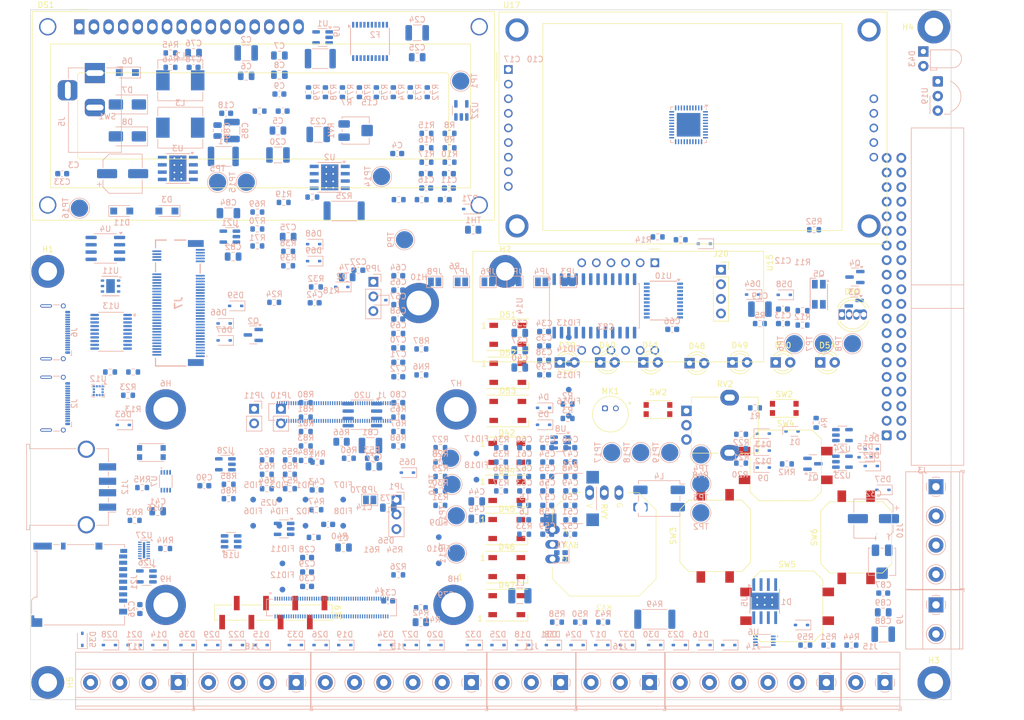
<source format=kicad_pcb>
(kicad_pcb (version 20240108) (generator "pcbnew") (generator_version "8.0")
  (layers (0 "F.Cu" signal) (31 "B.Cu" signal) (34 "B.Paste" user) (35 "F.Paste" user) (36 "B.SilkS" user "B.Silkscreen") (37 "F.SilkS" user "F.Silkscreen") (38 "B.Mask" user) (39 "F.Mask" user) (44 "Edge.Cuts" user))
  (net 0 "")
  (net 1 "Net-(BZ1-+)")
  (net 2 "+3V3")
  (net 3 "GND")
  (net 4 "+12V")
  (net 5 "+5V")
  (net 6 "Net-(DS1-D7)")
  (net 7 "Net-(U2-SS)")
  (net 8 "Net-(U3-SS)")
  (net 11 "Net-(DS1-D6)")
  (net 13 "Net-(DS1-D4)")
  (net 15 "Net-(DS1-VO)")
  (net 16 "Net-(DS1-D5)")
  (net 17 "Net-(DS1-LED(-))")
  (net 18 "Net-(DS1-RS)")
  (net 19 "Net-(DS1-R{slash}W)")
  (net 20 "Net-(DS1-E)")
  (net 21 "Net-(C13-Pad2)")
  (net 22 "Net-(F1-Pad1)")
  (net 23 "/OUTPUTS/BREAKOUT_USB_VBUS")
  (net 24 "Net-(U22-+)")
  (net 25 "Net-(C14-Pad2)")
  (net 26 "/CAN/CAN_H")
  (net 27 "/MCU/DIGITAL_BUTTON_IN_1")
  (net 28 "/SPI/MISO")
  (net 29 "/I2C/I2C_SDA_BREAKOUT")
  (net 30 "/I2C/I2C_SCL_BREAKOUT")
  (net 31 "/SD/SD_VCC")
  (net 32 "/SD/SD_CLK")
  (net 33 "/SD/SD_DAT1")
  (net 34 "/SD/SD_CMD")
  (net 35 "/SD/SD_DAT3")
  (net 36 "/SPI/CS_BREAKOUT")
  (net 37 "/SPI/CLK")
  (net 38 "Net-(C84-Pad1)")
  (net 39 "/CAN/CAN_L")
  (net 40 "Net-(JP5-B)")
  (net 41 "/SPI/CS_SEVENSEG")
  (net 42 "/I2C/I2C Devices/INTERRUPT_KEYPAD")
  (net 43 "Net-(JP4-B)")
  (net 44 "Net-(JP6-B)")
  (net 45 "/MCU/DIGITAL_BUTTON_IN_2")
  (net 46 "/I2C/INTERRRUPT_KEYPAD")
  (net 47 "/I2C/INTERRRUPT_ACCELEROMETER")
  (net 48 "Net-(U21-+)")
  (net 49 "Net-(JP3-B)")
  (net 50 "/I2C/I2C_SCL")
  (net 51 "/MCU/DIGITAL_BUTTON_IN_3")
  (net 52 "Net-(U2-COMP)")
  (net 53 "Net-(D11-A)")
  (net 54 "Net-(D12-A2)")
  (net 55 "Net-(D13-A2)")
  (net 56 "Net-(U21--)")
  (net 57 "+3.3V")
  (net 58 "/50Hz Filter/IN_P1-")
  (net 59 "/50Hz Filter/IN_P1+")
  (net 60 "Net-(U3-COMP)")
  (net 61 "Net-(D7-K)")
  (net 62 "/SD/SD_DAT2")
  (net 63 "Net-(F2-Pad2)")
  (net 64 "/OUTPUTS/BREAKOUT_NEOPIXEL_IN")
  (net 65 "/MOTOR/MOTOR_OUT1_BREAKOUT_1")
  (net 66 "/MOTOR/MOTOR_OUT2_BREAKOUT_1")
  (net 67 "Net-(U2-BOOT)")
  (net 68 "Net-(D8-K)")
  (net 69 "Net-(U3-BOOT)")
  (net 70 "VAA")
  (net 71 "Net-(C86-Pad2)")
  (net 72 "Net-(D1-A2)")
  (net 73 "/MCU/MCU_RESET")
  (net 74 "/MCU/DIGITAL_LED_OUT_0")
  (net 75 "/esp32/ESP_BUTTON_RESET")
  (net 76 "/MCU/DIGITAL_LED_OUT_1")
  (net 77 "Net-(D3-A)")
  (net 78 "/MCU/USB_DP+")
  (net 79 "/MCU/USB_DP-")
  (net 80 "Net-(D39-K)")
  (net 81 "Net-(D6-A)")
  (net 82 "Net-(U7-EN)")
  (net 83 "Net-(D10-A)")
  (net 84 "Net-(D40-K)")
  (net 85 "/MCU/DIGITAL_LED_OUT_2")
  (net 86 "Net-(D41-K)")
  (net 87 "/OUTPUTS/RTD_W1")
  (net 88 "/50Hz Filter/ANALOG_BREAKOUT_OUT")
  (net 89 "/MCU/ANALOG_POTENTIOMETER")
  (net 90 "/MCU/ANALOG_PHOTOTRANSISTOR")
  (net 91 "/MCU/ANALOG_JOYSTICK_X")
  (net 92 "/CAN/CAN_EN")
  (net 93 "/CAN/CAN_TX")
  (net 94 "/CAN/CAN_SILENT")
  (net 95 "/CAN/CAN_RX")
  (net 96 "/MCU/ANALOG_JOYSTICK_Y")
  (net 97 "/MCU/MOTOR_CC_IN_2")
  (net 98 "/MCU/MOTOR_CC_IN_1")
  (net 99 "/MCU/SERIAL_OUT_RX2")
  (net 100 "/MCU/SERIAL_OUT_TX2")
  (net 101 "/MCU/USB_HOST_OUT_P-")
  (net 102 "/MCU/USB_HOST_OUT_P+")
  (net 103 "Net-(D56-A2)")
  (net 104 "/SD/SD_DAT0")
  (net 105 "/OUTPUTS/RTD_W2")
  (net 106 "/OUTPUTS/RTD_W3")
  (net 107 "/OUTPUTS/RTD_W4")
  (net 108 "Net-(D35-A2)")
  (net 109 "Net-(D42-DIN)")
  (net 110 "Net-(R17-Pad2)")
  (net 111 "Net-(D42-DOUT)")
  (net 112 "/MCU/DIGITAL_RGB_R")
  (net 113 "Net-(D43-A)")
  (net 114 "/MCU/DIGITAL_RGB_G")
  (net 115 "Net-(D43-K)")
  (net 116 "Net-(D44-DOUT)")
  (net 117 "/MCU/DIGITAL_RGB_B")
  (net 118 "/MCU/DIGITAL_BUZZER_OUT")
  (net 119 "/MCU/DIGITAL_HEATER_OUT")
  (net 120 "/MCU/SPI_CS_SEVENSEG")
  (net 121 "/MCU/SPI_MISO")
  (net 122 "/MCU/SPI_MOSI")
  (net 123 "/MCU/SPI_CS_NFC")
  (net 124 "/MCU/SPI_CS_BREAKOUT")
  (net 125 "/MCU/SPI_SCK")
  (net 126 "/MCU/USB_HOST_ENABLE")
  (net 127 "/MCU/MOTOR_PWM_OUT_2")
  (net 128 "/MCU/MOTOR_PWM_OUT_1")
  (net 129 "/MCU/SPI_TFT_RESET")
  (net 130 "/MCU/SPI_TFT_DC")
  (net 131 "/MCU/DIGITAL_NEOPIXEL_OUT")
  (net 132 "Net-(D45-DIN)")
  (net 133 "Net-(D45-DOUT)")
  (net 134 "Net-(D46-DOUT)")
  (net 135 "Net-(D47-DOUT)")
  (net 136 "Net-(D48-K)")
  (net 137 "Net-(D49-K)")
  (net 138 "Net-(D50-K)")
  (net 139 "Net-(D52-DOUT)")
  (net 140 "Net-(D54-A)")
  (net 141 "Net-(D54-K)")
  (net 142 "Net-(D55-A2)")
  (net 143 "Net-(D57-K)")
  (net 144 "Net-(D61-A2)")
  (net 145 "Net-(D62-A2)")
  (net 146 "Net-(D65-A2)")
  (net 147 "/MCU/ANALOG_HEATER_TEMPERATURE")
  (net 148 "/MCU/MCU_GPIO_19")
  (net 149 "/MCU/MCU_GPIO_17")
  (net 150 "/MCU/MCU_GPIO_11")
  (net 151 "/MCU/MCU_GPIO_16")
  (net 152 "/MCU/MCU_GPIO_6")
  (net 153 "/MCU/MCU_GPIO_13")
  (net 154 "/MCU/MCU_GPIO_9")
  (net 155 "/MCU/MCU_GPIO_27")
  (net 156 "/MCU/MCU_GPIO_7")
  (net 157 "/MCU/MCU_GPIO_21")
  (net 158 "/MCU/MCU_GPIO_26")
  (net 159 "/MCU/MCU_GPIO_4")
  (net 160 "/MCU/MCU_GPIO_20")
  (net 161 "/MCU/MCU_GPIO_18")
  (net 162 "/MCU/MCU_GPIO_23")
  (net 163 "/MCU/MCU_GPIO_14")
  (net 165 "/MCU/MCU_GPIO_10")
  (net 166 "/MCU/MCU_GPIO_5")
  (net 167 "/MCU/MCU_GPIO_15")
  (net 168 "/MCU/MCU_GPIO_22")
  (net 169 "/MCU/MCU_GPIO_3")
  (net 170 "/MCU/MCU_GPIO_8")
  (net 171 "/MCU/MCU_GPIO_2")
  (net 172 "/MCU/MCU_GPIO_25")
  (net 174 "/MCU/MCU_GPIO_12")
  (net 175 "/MCU/MCU_GPIO_24")
  (net 176 "Net-(J19-Pin_4)")
  (net 177 "Net-(J19-Pin_8)")
  (net 178 "Net-(J19-Pin_3)")
  (net 179 "Net-(J19-Pin_2)")
  (net 180 "Net-(J19-Pin_7)")
  (net 181 "Net-(J19-Pin_5)")
  (net 182 "Net-(J19-Pin_1)")
  (net 183 "Net-(J19-Pin_6)")
  (net 184 "Net-(U4-CANH)")
  (net 185 "Net-(U4-CANL)")
  (net 186 "Net-(Q1-B)")
  (net 187 "/SD/SD_DET")
  (net 188 "Net-(J2-CC2)")
  (net 189 "Net-(J2-CC1)")
  (net 190 "Net-(U2-EN)")
  (net 191 "Net-(U3-EN)")
  (net 192 "Net-(U2-VSENSE)")
  (net 193 "Net-(R13-Pad2)")
  (net 194 "Net-(U3-VSENSE)")
  (net 195 "Net-(R16-Pad2)")
  (net 196 "Net-(J6-CC2)")
  (net 197 "Net-(J6-CC1)")
  (net 198 "Net-(J21-DET_A)")
  (net 199 "Net-(U5-ISEN)")
  (net 200 "Net-(U14-ISET)")
  (net 201 "Net-(Q2-B)")
  (net 202 "/MCU/SD_Enable")
  (net 203 "/MCU/DIGITAL_IR_EMITTER")
  (net 204 "Net-(Q3-G)")
  (net 205 "Net-(JP7-B)")
  (net 206 "/MCU/SPI_CS_TFT")
  (net 208 "Net-(U6-EN)")
  (net 219 "Net-(U14-SEG_A)")
  (net 220 "Net-(U14-SEG_D)")
  (net 221 "Net-(U14-SEG_DP)")
  (net 222 "Net-(U14-SEG_G)")
  (net 223 "Net-(U14-DIG_3)")
  (net 224 "Net-(U14-SEG_F)")
  (net 225 "Net-(U14-SEG_E)")
  (net 226 "Net-(U14-DIG_1)")
  (net 227 "Net-(U14-SEG_B)")
  (net 228 "Net-(U14-DIG_0)")
  (net 229 "Net-(U14-SEG_C)")
  (net 230 "Net-(U14-DIG_2)")
  (net 233 "Net-(U16-RX)")
  (net 235 "Net-(U16-TX2)")
  (net 236 "Net-(U16-OSCOUT)")
  (net 239 "Net-(U16-TX1)")
  (net 245 "Net-(U16-~{RSTPD})")
  (net 247 "Net-(U16-VMID)")
  (net 248 "/MCU/SPI_IRQ_NFC")
  (net 252 "Net-(U16-OSCIN)")
  (net 253 "/MCU/SPI_RST_NFC")
  (net 255 "/MCU/ANALOG_MICROPHONE")
  (net 256 "Net-(JP2-A)")
  (net 257 "/MCU/USB_HOST_FAULT")
  (net 258 "Net-(Q4-B)")
  (net 259 "/MCU/DIGITAL_IR_RECEIVER")
  (net 260 "Net-(C31-Pad1)")
  (net 261 "Net-(R69-Pad2)")
  (net 262 "Net-(R76-Pad1)")
  (net 263 "Net-(U26-+)")
  (net 264 "/MCU/ANALOG_BREAKOUT_PT100")
  (net 269 "Net-(R85-Pad1)")
  (net 270 "Net-(JP8-B)")
  (net 281 "Net-(R78-Pad1)")
  (net 282 "Net-(U24--)")
  (net 283 "Net-(R80-Pad2)")
  (net 284 "Net-(U25-+)")
  (net 285 "Net-(U26--)")
  (net 287 "/esp32/ESP_GPIO_8")
  (net 291 "/esp32/ESP_GPIO_5")
  (net 292 "/MCU/SERIAL_OUT_TX1")
  (net 293 "/esp32/ESP_GPIO_11")
  (net 296 "/esp32/ESP_GPIO_38")
  (net 299 "/esp32/ESP_GPIO_9")
  (net 301 "/esp32/ESP_SERIAL_RX0")
  (net 302 "/esp32/ESP_GPIO_7")
  (net 303 "/esp32/ESP_GPIO_37")
  (net 304 "/esp32/ESP_GPIO_15")
  (net 305 "/esp32/ESP_GPIO_35")
  (net 306 "/esp32/ESP_BUTTON_BOOT")
  (net 308 "/esp32/ESP_GPIO_13")
  (net 312 "/esp32/ESP_GPIO_16")
  (net 316 "/esp32/ESP_GPIO_4")
  (net 317 "/esp32/ESP_SERIAL_TX0")
  (net 318 "/esp32/ESP_GPIO_12")
  (net 319 "/esp32/ESP_GPIO_10")
  (net 320 "/MCU/SERIAL_OUT_RX1")
  (net 323 "/esp32/ESP_GPIO_6")
  (net 325 "/esp32/ESP_GPIO_36")
  (net 370 "/MCU/DIGITAL_BUTTON_IN_0")
  (net 375 "Net-(C53-Pad2)")
  (net 376 "Net-(C54-Pad1)")
  (net 377 "Net-(C55-Pad2)")
  (net 378 "Net-(C56-Pad2)")
  (net 379 "Net-(C58-Pad2)")
  (net 380 "Net-(C78-Pad2)")
  (net 381 "Net-(U20A--)")
  (net 382 "Net-(AE1-Pad1)")
  (net 383 "Net-(AE1-Pad2)")
  (net 384 "Net-(U20A-+)")
  (net 391 "VCC")
  (net 392 "/I2C/I2C_SDA")
  (net 393 "Net-(R77-Pad2)")
  (net 394 "Net-(D60-GK)")
  (net 395 "Net-(D60-RK)")
  (net 396 "Net-(D60-BK)")
  (footprint "LED_THT:LED_D3.0mm" (layer "F.Cu") (at 174.5 86.325)
    (property "Reference" "D41")
    (property "Value" "LED_GREEN")
  )
  (footprint "LED_SMD:LED_WS2812B_PLCC4_5.0x5.0mm_P3.2mm" (layer "F.Cu") (at 150.77 121.93)
    (property "Reference" "D46")
    (property "Value" "WS2812B")
  )
  (footprint "MountingHole:MountingHole_3.2mm_M3_ISO7380_Pad_TopBottom" (layer "F.Cu") (at 150.5 70.5)
    (property "Reference" "H2")
    (property "Value" "MountingHole")
  )
  (footprint "potentiometer_2_axis_joystick:2-Axis-Joystick" (layer "F.Cu") (at 167.72 117.9775 180)
    (property "Reference" "RV3")
    (property "Value" "10k")
  )
  (footprint "Display:WC1602A" (layer "F.Cu") (at 76.4816 27.9543)
    (property "Reference" "DS1")
    (property "Value" "WC1602A")
  )
  (footprint "LED_SMD:LED_WS2812B_PLCC4_5.0x5.0mm_P3.2mm" (layer "F.Cu") (at 150.77 102.07)
    (property "Reference" "D42")
    (property "Value" "WS2812B")
  )
  (footprint "Button_Switch_SMD:SW_Push_1P1T_NO_CK_PTS125Sx43PSMTR" (layer "F.Cu") (at 199.25 104.25)
    (property "Reference" "SW4")
    (property "Value" "SW_Push")
  )
  (footprint "LED_THT:LED_D3.0mm" (layer "F.Cu") (at 167 86.325)
    (property "Reference" "D40")
    (property "Value" "LED_GREEN")
  )
  (footprint "MountingHole:MountingHole_3.2mm_M3_ISO7380_Pad_TopBottom" (layer "F.Cu") (at 225 142)
    (property "Reference" "H3")
    (property "Value" "MountingHole")
  )
  (footprint "LED_SMD:LED_WS2812B_PLCC4_5.0x5.0mm_P3.2mm" (layer "F.Cu") (at 150.77 128.55)
    (property "Reference" "D47")
    (property "Value" "WS2812B")
  )
  (footprint "LED_THT:LED_D3.0mm" (layer "F.Cu") (at 160 86.325)
    (property "Reference" "D39")
    (property "Value" "LED_GREEN")
  )
  (footprint "LED_THT:LED_D3.0mm" (layer "F.Cu") (at 190 86.325)
    (property "Reference" "D49")
    (property "Value" "LED_RED")
  )
  (footprint "Connector_PinSocket_2.54mm:PinSocket_1x04_P2.54mm_Vertical" (layer "F.Cu") (at 188 70.2)
    (property "Reference" "J20")
    (property "Value" "OLED")
  )
  (footprint "LED_THT:LED_D3.0mm" (layer "F.Cu") (at 182.54 86.465)
    (property "Reference" "D48")
    (property "Value" "LED_RED")
  )
  (footprint "Button_Switch_SMD:SW_Push_1P1T_NO_CK_PTS125Sx43PSMTR" (layer "F.Cu") (at 187 116.5 90)
    (property "Reference" "SW3")
    (property "Value" "SW_Push")
  )
  (footprint "LED_THT:LED_D5.0mm-4_RGB" (layer "F.Cu") (at 209 78)
    (property "Reference" "D60")
    (property "Value" "LED_BGAR")
  )
  (footprint "Button_Switch_SMD:SW_Push_1P1T_NO_CK_PTS125Sx43PSMTR" (layer "F.Cu") (at 211.5 116.75 90)
    (property "Reference" "SW6")
    (property "Value" "SW_Push")
  )
  (footprint "Potentiometer_THT:Potentiometer_Alpha_RD901F-40-00D_Single_Vertical" (layer "F.Cu") (at 182 94.75)
    (property "Reference" "RV2")
    (property "Value" "100k")
  )
  (footprint "LED_THT:LED_D3.0mm" (layer "F.Cu") (at 205.24 86.325)
    (property "Reference" "D54")
    (property "Value" "LED_GREEN")
  )
  (footprint "Button_Switch_SMD:SW_Push_1P1T_NO_CK_PTS125Sx43PSMTR" (layer "F.Cu") (at 199.5 128.75)
    (property "Reference" "SW5")
    (property "Value" "SW_Push")
  )
  (footprint "LED_SMD:LED_WS2812B_PLCC4_5.0x5.0mm_P3.2mm" (layer "F.Cu") (at 150.77 108.69)
    (property "Reference" "D44")
    (property "Value" "WS2812B")
  )
  (footprint "MountingHole:MountingHole_3.2mm_M3_ISO7380_Pad_TopBottom" (layer "F.Cu") (at 71 70.5)
    (property "Reference" "H1")
    (property "Value" "MountingHole")
  )
  (footprint "LED_SMD:LED_WS2812B_PLCC4_5.0x5.0mm_P3.2mm" (layer "F.Cu") (at 150.95 81.53)
    (property "Reference" "D51")
    (property "Value" "WS2812B")
  )
  (footprint "LED_SMD:LED_WS2812B_PLCC4_5.0x5.0mm_P3.2mm" (layer "F.Cu") (at 150.77 115.31)
    (property "Reference" "D45")
    (property "Value" "WS2812B")
  )
  (footprint "MountingHole:MountingHole_3.2mm_M3_ISO7380_Pad_TopBottom" (layer "F.Cu") (at 71 142 -90)
    (property "Reference" "H5")
    (property "Value" "MountingHole")
  )
  (footprint "Connector_PinHeader_2.54mm:PinHeader_1x08_P2.54mm_Vertical_SMD_Pin1Left" (layer "F.Cu") (at 110.19 129.845 -90)
    (property "Reference" "J19")
    (property "Value" "KEYPAD_MATRIX")
  )
  (footprint "Button_Switch_SMD:SW_Push_1P1T_NO_CK_KMR2" (layer "F.Cu") (at 177.05 94.525)
    (property "Reference" "SW2")
    (property "Value" "SW_Push")
  )
  (footprint "Display_7Segment:CA56-12SRWA" (layer "F.Cu") (at 176.5 69 -90)
    (property "Reference" "U15")
    (property "Value" "CC56-12YWA")
  )
  (footprint "LED_THT:LED_D3.0mm" (layer "F.Cu") (at 197.5 86.325)
    (property "Reference" "D50")
    (property "Value" "LED_RED")
  )
  (footprint "Sensor_Audio:POM-2244P-C3310-2-R" (layer "F.Cu") (at 167.8325 94.325)
    (property "Reference" "MK1")
    (property "Value" "Mic")
  )
  (footprint "Display:CR2013-MI2120" (layer "F.Cu") (at 151.0425 35.39)
    (property "Reference" "U17")
    (property "Value" "CR2013-MI2120")
  )
  (footprint "Button_Switch_SMD:SW_Push_1P1T_NO_CK_KMR2" (layer "F.Cu") (at 199 94.325)
    (property "Reference" "SW2")
    (property "Value" "SW_Push")
  )
  (footprint "LED_SMD:LED_WS2812B_PLCC4_5.0x5.0mm_P3.2mm" (layer "F.Cu") (at 150.95 94.77)
    (property "Reference" "D53")
    (property "Value" "WS2812B")
  )
  (footprint "LED_SMD:LED_WS2812B_PLCC4_5.0x5.0mm_P3.2mm" (layer "F.Cu") (at 150.95 88.15)
    (property "Reference" "D52")
    (property "Value" "WS2812B")
  )
  (footprint "MountingHole:MountingHole_3.2mm_M3_ISO7380_Pad_TopBottom" (layer "F.Cu") (at 225 28)
    (property "Reference" "H4")
    (property "Value" "MountingHole")
  )
  (footprint "Fiducial:Fiducial_1mm_Mask3mm" (layer "B.Cu") (at 111.24 114.74 180)
    (property "Reference" "FID4")
    (property "Value" "Fiducial")
  )
  (footprint "Diode_SMD:D_SOD-323" (layer "B.Cu") (at 117.205 65.76 180)
    (property "Reference" "D68")
    (property "Value" "SD05_SOD323")
  )
  (footprint "Diode_SMD:D_SOD-323" (layer "B.Cu") (at 195.35 104.615)
    (property "Reference" "D9")
    (property "Value" "SD05_SOD323")
  )
  (footprint "TestPoint:TestPoint_Pad_D3.0mm" (layer "B.Cu") (at 179.1 102 -90)
    (property "Reference" "TP19")
    (property "Value" "~")
  )
  (footprint "Resistor_SMD:R_0603_1608Metric" (layer "B.Cu") (at 139.22 108.68 180)
    (property "Reference" "R30")
    (property "Value" "4.7k")
  )
  (footprint "Capacitor_SMD:C_0603_1608Metric" (layer "B.Cu") (at 111.82 42.62 180)
    (property "Reference" "C15")
    (property "Value" "47pF")
  )
  (footprint "Package_SO:TSSOP-20_4.4x6.5mm_P0.65mm" (layer "B.Cu") (at 82 81 180)
    (property "Reference" "U13")
    (property "Value" "TXS0108EPW")
  )
  (footprint "Capacitor_SMD:C_0603_1608Metric" (layer "B.Cu") (at 131.91 76.27 180)
    (property "Reference" "C67")
    (property "Value" "100nF")
  )
  (footprint "Capacitor_SMD:C_0603_1608Metric" (layer "B.Cu") (at 157.8 113.7 180)
    (property "Reference" "C58")
    (property "Value" "22pF")
  )
  (footprint "Resistor_SMD:R_0603_1608Metric" (layer "B.Cu") (at 117.83 103.68 180)
    (property "Reference" "RN1")
    (property "Value" "10k")
  )
  (footprint "Capacitor_SMD:C_0603_1608Metric" (layer "B.Cu") (at 116.06 125.29 180)
    (property "Reference" "C30")
    (property "Value" "100pF")
  )
  (footprint "Capacitor_SMD:C_0603_1608Metric" (layer "B.Cu") (at 131.91 86.31 180)
    (property "Reference" "C71")
    (property "Value" "100nF")
  )
  (footprint "Capacitor_SMD:C_0603_1608Metric" (layer "B.Cu") (at 161.81 111.19 180)
    (property "Reference" "C50")
    (property "Value" "22pF")
  )
  (footprint "TestPoint:TestPoint_Pad_D3.0mm" (layer "B.Cu") (at 184.5 107.45)
    (property "Reference" "TP3")
    (property "Value" "~")
  )
  (footprint "TestPoint:TestPoint_Pad_D3.0mm" (layer "B.Cu") (at 200.75 83.075 -90)
    (property "Reference" "TP6")
    (property "Value" "~")
  )
  (footprint "Diode_SMD:D_SOD-323" (layer "B.Cu") (at 122.1 73.2 180)
    (property "Reference" "D2")
    (property "Value" "1N4148W")
  )
  (footprint "Resistor_SMD:R_0603_1608Metric" (layer "B.Cu") (at 107.81 42.62 180)
    (property "Reference" "R7")
    (property "Value" "68k")
  )
  (footprint "Capacitor_SMD:C_0805_2012Metric" (layer "B.Cu") (at 153.03 87.22 180)
    (property "Reference" "C40")
    (property "Value" "10uF")
  )
  (footprint "Diode_SMD:D_SOD-323" (layer "B.Cu") (at 202 132 180)
    (property "Reference" "D1")
    (property "Value" "SD05_SOD323")
  )
  (footprint "Capacitor_SMD:C_0603_1608Metric" (layer "B.Cu") (at 131.91 83.8 180)
    (property "Reference" "C70")
    (property "Value" "100nF")
  )
  (footprint "Diode_SMD:D_SOD-323" (layer "B.Cu") (at 118.32 135.49 180)
    (property "Reference" "D26")
    (property "Value" "SD05_SOD323")
  )
  (footprint "Connector_Card:microSD_HC_Hirose_DM3BT-DSF-PEJS" (layer "B.Cu") (at 76.465 125 90)
    (property "Reference" "J21")
    (property "Value" "DM3BT-DSF-PEJS/C")
  )
  (footprint "Diode_SMD:D_SMA" (layer "B.Cu") (at 84.83 41.465 180)
    (property "Reference" "D7")
    (property "Value" "B340A-E3/61T")
  )
  (footprint "Capacitor_SMD:C_0603_1608Metric" (layer "B.Cu") (at 131.91 93.33 180)
    (property "Reference" "C80")
    (property "Value" "10pF")
  )
  (footprint "Package_SO:VSSOP-8_2.3x2mm_P0.5mm" (layer "B.Cu") (at 91.5 107 -90)
    (property "Reference" "U7")
    (property "Value" "PCA9306DC")
  )
  (footprint "Capacitor_SMD:C_0603_1608Metric" (layer "B.Cu") (at 111.25 39.65 180)
    (property "Reference" "C9")
    (property "Value" "100nF")
  )
  (footprint "Diode_SMD:D_SOD-323" (layer "B.Cu") (at 134 135.49 180)
    (property "Reference" "D27")
    (property "Value" "SD05_SOD323")
  )
  (footprint "Diode_SMD:D_SOD-323" (layer "B.Cu") (at 162.99 135.49 180)
    (property "Reference" "D31")
    (property "Value" "SD05_SOD323")
  )
  (footprint "Resistor_SMD:R_0603_1608Metric" (layer "B.Cu") (at 115.84 95.84 180)
    (property "Reference" "R81")
    (property "Value" "10k")
  )
  (footprint "Resistor_SMD:R_0603_1608Metric" (layer "B.Cu") (at 110.3475 75.88 180)
    (property "Reference" "R24")
    (property "Value" "59")
  )
  (footprint "Capacitor_SMD:C_0603_1608Metric" (layer "B.Cu") (at 153.79 106.17 180)
    (property "Reference" "C62")
    (property "Value" "4.7pF")
  )
  (footprint "Diode_SMD:D_SOD-323" (layer "B.Cu") (at 103.65 76.5 180)
    (property "Reference" "D59")
    (property "Value" "1N4148W")
  )
  (footprint "Resistor_SMD:R_2512_6332Metric" (layer "B.Cu") (at 122.5 60 180)
    (property "Reference" "R25")
    (property "Value" "2")
  )
  (footprint "Package_SO:VSSOP-8_2.3x2mm_P0.5mm" (layer "B.Cu") (at 195.54 134.74 180)
    (property "Reference" "U6")
    (property "Value" "PCA9306DC")
  )
  (footprint "TestPoint:TestPoint_Pad_D3.0mm" (layer "B.Cu") (at 184.5 112.5)
    (property "Reference" "TP2")
    (property "Value" "~")
  )
  (footprint "Diode_SMD:D_SOD-323" (layer "B.Cu") (at 122.615 135.49 180)
    (property "Reference" "D19")
    (property "Value" "SD05_SOD323")
  )
  (footprint "TestPoint:TestPoint_Pad_D3.0mm" (layer "B.Cu") (at 142 119.5 -90)
    (property "Reference" "TP11")
    (property "Value" "~")
  )
  (footprint "Connector_USB:USB_A_TE_292303-7_Horizontal" (layer "B.Cu") (at 75 108 90)
    (property "Reference" "J12")
    (property "Value" "USB_A")
  )
  (footprint "Resistor_SMD:R_0603_1608Metric" (layer "B.Cu") (at 116.975 57.57 180)
    (property "Reference" "R14")
    (property "Value" "1k 1%")
  )
  (footprint "Package_SO:TI_SO-PowerPAD-8_ThermalVias" (layer "B.Cu") (at 93.6 52.6 180)
    (property "Reference" "U3")
    (property "Value" "TPS54331DR")
  )
  (footprint "Capacitor_SMD:C_0603_1608Metric" (layer "B.Cu") (at 73.5 53.5)
    (property "Reference" "C33")
    (property "Value" "100nF")
  )
  (footprint "Package_TO_SOT_SMD:SOT-23" (layer "B.Cu") (at 203.9775 103.96)
    (property "Reference" "Q1")
    (property "Value" "BC850")
  )
  (footprint "TestPoint:TestPoint_Pad_D3.0mm" (layer "B.Cu") (at 174.05 102 -90)
    (property "Reference" "TP18")
    (property "Value" "~")
  )
  (footprint "Package_TO_SOT_SMD:SOT-23" (layer "B.Cu") (at 211.28 71.48 180)
    (property "Reference" "Q4")
    (property "Value" "BC850")
  )
  (footprint "Diode_SMD:D_SOD-323" (layer "B.Cu") (at 171.58 135.49 180)
    (property "Reference" "D17")
    (property "Value" "SD05_SOD323")
  )
  (footprint "Resistor_SMD:R_0603_1608Metric" (layer "B.Cu") (at 177 64.5 180)
    (property "Reference" "R40")
    (property "Value" "1k")
  )
  (footprint "Resistor_SMD:R_0603_1608Metric" (layer "B.Cu") (at 149.78 101.15 180)
    (property "Reference" "R34")
    (property "Value" "1k")
  )
  (footprint "Diode_SMD:D_SOD-323" (layer "B.Cu") (at 103.785 135.49 180)
    (property "Reference" "D22")
    (property "Value" "SD05_SOD323")
  )
  (footprint "Resistor_SMD:R_0603_1608Metric" (layer "B.Cu") (at 112.775 69.52 180)
    (property "Reference" "R39")
    (property "Value" "4.7k")
  )
  (footprint "Package_SON:Nexperia_HUSON-16_USON-16-1EP_1.35x3.3mm_P0.4mm_EP0.4x2.8mm" (layer "B.Cu") (at 87.725 119 180)
    (property "Reference" "U27")
    (property "Value" "IP4252CZ16")
  )
  (footprint "Connector_PinHeader_2.54mm:PinHeader_1x02_P2.54mm_Vertical" (layer "B.Cu") (at 111.51 94.4 180)
    (property "Reference" "JP10")
    (property "Value" "Jumper_2_Open")
  )
  (footprint "Diode_SMD:D_SOD-323" (layer "B.Cu") (at 216.15 108.5 180)
    (property "Reference" "D57")
    (property "Value" "1N4148W")
  )
  (footprint "TestPoint:TestPoint_Pad_D3.0mm" (layer "B.Cu") (at 205.8 83.075 -90)
    (property "Reference" "TP7")
    (property "Value" "~")
  )
  (footprint "Capacitor_SMD:C_0603_1608Metric" (layer "B.Cu") (at 157.8 116.21 180)
    (property "Reference" "C59")
    (property "Value" "4.7pF")
  )
  (footprint "Diode_SMD:D_SOD-323" (layer "B.Cu") (at 129.705 135.49 180)
    (property "Reference" "D34")
    (property "Value" "SD05_SOD323")
  )
  (footprint "Package_SO:TI_SO-PowerPAD-8_ThermalVias" (layer "B.Cu") (at 120 54.145 180)
    (property "Reference" "U2")
    (property "Value" "TPS54331DR")
  )
  (footprint "Capacitor_SMD:C_0603_1608Metric" (layer "B.Cu") (at 153.79 108.68 180)
    (property "Reference" "C63")
    (property "Value" "4.7pF")
  )
  (footprint "Resistor_SMD:R_0603_1608Metric" (layer "B.Cu") (at 117.6 73.2 180)
    (property "Reference" "R32")
    (property "Value" "33k")
  )
  (footprint "Jumper:SolderJumper-2_P1.3mm_Open_Pad1.0x1.5mm" (layer "B.Cu") (at 152.19 72.32 180)
    (property "Reference" "JP5")
    (property "Value" "A1_Jumper")
  )
  (footprint "Resistor_SMD:R_0603_1608Metric" (layer "B.Cu") (at 107.4175 63.125 180)
    (property "Reference" "R70")
    (property "Value" "1k")
  )
  (footprint "Package_TO_SOT_SMD:SOT-23" (layer "B.Cu") (at 106.7125 81.55 180)
    (property "Reference" "Q2")
    (property "Value" "BC850")
  )
  (footprint "Resistor_SMD:R_0603_1608Metric" (layer "B.Cu") (at 139.22 101.15 180)
    (property "Reference" "R27")
    (property "Value" "4.7k")
  )
  (footprint "Resistor_SMD:R_0603_1608Metric" (layer "B.Cu") (at 123.325 103 180)
    (property "Reference" "R60")
    (property "Value" "10k")
  )
  (footprint "Diode_SMD:D_SOD-323" (layer "B.Cu") (at 77 134.5 90)
    (property "Reference" "D35")
    (property "Value" "SD05_SOD323")
  )
  (footprint "Resistor_SMD:R_0805_2012Metric" (layer "B.Cu") (at 144.9375 63.25 180)
    (property "Reference" "TH1")
    (property "Value" "NTC 10k")
  )
  (footprint "Resistor_SMD:R_0603_1608Metric" (layer "B.Cu") (at 139.22 106.17 180)
    (property "Reference" "R29")
    (property "Value" "220k")
  )
  (footprint "Diode_SMD:D_SOD-323" (layer "B.Cu") (at 84.12 97.205 180)
    (property "Reference" "D63")
    (property "Value" "1N4148W")
  )
  (footprint "Resistor_SMD:R_0603_1608Metric" (layer "B.Cu") (at 204.18 63.25 180)
    (property "Reference" "R52")
    (property "Value" "10k")
  )
  (footprint "Capacitor_SMD:C_0805_2012Metric" (layer "B.Cu") (at 145.55 110.5 180)
    (property "Reference" "C44")
    (property "Value" "4.7uF")
  )
  (footprint "TestPoint:TestPoint_Pad_D3.0mm" (layer "B.Cu") (at 141.25 107.55 -90)
    (property "Reference" "TP10")
    (property "Value" "~")
  )
  (footprint "TestPoint:TestPoint_Pad_D3.0mm" (layer "B.Cu") (at 142 113 -90)
    (property "Reference" "TP12")
    (property "Value" "~")
  )
  (footprint "Resistor_SMD:R_0603_1608Metric" (layer "B.Cu") (at 85.835 88 180)
    (property "Reference" "R54")
    (property "Value" "1k")
  )
  (footprint "Resistor_SMD:R_0603_1608Metric" (layer "B.Cu") (at 163.51 131.5 180)
    (property "Reference" "R50")
    (property "Value" "10k")
  )
  (footprint "Resistor_SMD:R_0805_2012Metric" (layer "B.Cu") (at 122.05 100.13 180)
    (property "Reference" "R66")
    (property "Value" "1M")
  )
  (footprint "OptoDevice:Kingbright_KPS-3227" (layer "B.Cu") (at 205.01 74.4775 180)
    (property "Reference" "Q5")
    (property "Value" "ALS-PDIC15-21B/TR8")
  )
  (footprint "Diode_SMD:D_SOD-323" (layer "B.Cu") (at 157.1675 97.175 180)
    (property "Reference" "D5")
    (property "Value" "SD05_SOD323")
  )
  (footprint "Capacitor_SMD:C_1206_3216Metric" (layer "B.Cu") (at 102.3875 60.375 180)
    (property "Reference" "C84")
    (property "Value" "100nF C0G")
  )
  (footprint "Resistor_SMD:R_0603_1608Metric" (layer "B.Cu") (at 102.4325 110.035 180)
    (property "Reference" "R86")
    (property "Value" "10k")
  )
  (footprint "Button_Switch_SMD:SW_Push_1P1T_NO_CK_KMR2" (layer "B.Cu") (at 89 102 180)
    (property "Reference" "SW1")
    (property "Value" "SW_Push")
  )
  (footprint "Fiducial:Fiducial_1mm_Mask3mm" (layer "B.Cu") (at 115.79 114.74 180)
    (property "Reference" "FID2")
    (property "Value" "Fiducial")
  )
  (footprint "OptoDevice:Vishay_MOLD-3Pin" (layer "B.Cu") (at 225.685 37.46 -90)
    (property "Reference" "U19")
    (property "Value" "TSOP4836")
  )
  (footprint "Capacitor_SMD:C_0603_1608Metric" (layer "B.Cu") (at 157.26 88.48 180)
    (property "Reference" "C39")
    (property "Value" "100nF")
  )
  (footprint "Capacitor_SMD:C_0603_1608Metric" (layer "B.Cu") (at 102 43 180)
    (property "Reference" "C18")
    (property "Value" "100nF")
  )
  (footprint "Capacitor_SMD:C_0603_1608Metric" (layer "B.Cu") (at 157.8 101.15 180)
    (property "Reference" "C53")
    (property "Value" "1nF")
  )
  (footprint "Capacitor_SMD:C_0805_2012Metric" (layer "B.Cu") (at 123.03 71.5 180)
    (property "Reference" "C74")
    (property "Value" "4.7uF")
  )
  (footprint "TestPoint:TestPoint_Pad_D3.0mm" (layer "B.Cu") (at 105.5 55 -90)
    (property "Reference" "TP15")
    (property "Value" "~")
  )
  (footprint "Fiducial:Fiducial_1mm_Mask3mm" (layer "B.Cu") (at 106.69 114.74 180)
    (property "Reference" "FID6")
    (property "Value" "Fiducial")
  )
  (footprint "Package_DFN_QFN:HVQFN-40-1EP_6x6mm_P0.5mm_EP4.1x4.1mm" (layer "B.Cu") (at 182.37 45 180)
    (property "Reference" "U16")
    (property "Value" "PN5321A3HN_C1xx")
  )
  (footprint "Fiducial:Fiducial_1mm_Mask3mm" (layer "B.Cu") (at 122.34 110.19 180)
    (property "Reference" "FID7")
    (property "Value" "Fiducial")
  )
  (footprint "Resistor_SMD:R_0603_1608Metric" (layer "B.Cu") (at 86.1 113.8 180)
    (property "Reference" "RN3")
    (property "Value" "10k")
  )
  (footprint "Jumper:SolderJumper-2_P1.3mm_Open_Pad1.0x1.5mm" (layer "B.Cu") (at 161.49 72.32 180)
    (property "Reference" "JP3")
    (property "Value" "A2_Jumper")
  )
  (footprint "TerminalBlock_Phoenix:TerminalBlock_Phoenix_MKDS-1,5-4-5.08_1x04_P5.08mm_Horizontal" (layer "B.Cu") (at 93.67 142 180)
    (property "Reference" "J17")
    (property "Value" "SERIAL")
  )
  (footprint "Resistor_SMD:R_0603_1608Metric" (layer "B.Cu") (at 113.08 108.295 180)
    (property "Reference" "R57")
    (property "Value" "1k")
  )
  (footprint "TestPoint:TestPoint_Pad_D3.0mm" (layer "B.Cu") (at 210.85 83.075 -90)
    (property "Reference" "TP8")
    (property "Value" "~")
  )
  (footprint "Package_TO_SOT_SMD:TSOT-23-5" (layer "B.Cu") (at 101.8625 104.05 180)
    (property "Reference" "U28")
    (property "Value" "RT9742AGJ5F")
  )
  (footprint "Capacitor_SMD:C_0603_1608Metric" (layer "B.Cu") (at 131.91 78.78 180)
    (property "Reference" "C68")
    (property "Value" "100nF")
  )
  (footprint "Diode_SMD:D_SOD-323" (layer "B.Cu") (at 149.24 135.49 180)
    (property "Reference" "D25")
    (property "Value" "SD05_SOD323")
  )
  (footprint "Resistor_SMD:R_0603_1608Metric" (layer "B.Cu") (at 119.25 39.3375 90)
    (property "Reference" "R78")
    (property "Value" "10k")
  )
  (footprint "Fiducial:Fiducial_1mm_Mask3mm" (layer "B.Cu") (at 145.5 102.17 180)
    (property "Reference" "FID17")
    (property "Value" "Fiducial")
  )
  (footprint "Resistor_SMD:R_0603_1608Metric" (layer "B.Cu") (at 107.4175 66.075 180)
    (property "Reference" "R71")
    (property "Value" "68k")
  )
  (footprint "Diode_SMD:D_SOD-323" (layer "B.Cu") (at 90.3 135.49 180)
    (property "Reference" "D14")
    (property "Value" "SD05_SOD323")
  )
  (footprint "Resistor_SMD:R_0603_1608Metric" (layer "B.Cu") (at 136.815 49 180)
    (property "Reference" "R16")
    (property "Value" "1k 1%")
  )
  (footprint "Capacitor_SMD:C_0805_2012Metric" (layer "B.Cu") (at 135.2 33.25 180)
    (property "Reference" "C25")
    (property "Value" "4.7uF")
  )
  (footprint "Fiducial:Fiducial_1mm_Mask3mm" (layer "B.Cu") (at 161.54 95.62 180)
    (property "Reference" "FID16")
    (property "Value" "Fiducial")
  )
  (footprint "Fiducial:Fiducial_1mm_Mask3mm" (layer "B.Cu") (at 138.95 116.72 180)
    (property "Reference" "FID9")
    (property "Value" "Fiducial")
  )
  (footprint "Capacitor_SMD:C_0603_1608Metric" (layer "B.Cu") (at 124.975 70.29 180)
    (property "Reference" "C27")
    (property "Value" "100pF")
  )
  (footprint "Package_SO:SOIC-8_3.9x4.9mm_P1.27mm" (layer "B.Cu") (at 81 66.5 180)
    (property "Reference" "U4")
    (property "Value" "TJA1051T-E")
  )
  (footprint "Capacitor_SMD:C_1210_3225Metric" (layer "B.Cu") (at 103.01 46 90)
    (property "Reference" "C85")
    (property "Value" "47uF")
  )
  (footprint "Resistor_SMD:R_0603_1608Metric" (layer "B.Cu") (at 131.91 95.84 180)
    (property "Reference" "R65")
    (property "Value" "47k")
  )
  (footprint "MountingHole:MountingHole_4.3mm_M4_ISO14580_Pad" (layer "B.Cu") (at 91.5 94.5 180)
    (property "Reference" "H6")
    (property "Value" "MountingHole")
  )
  (footprint "TerminalBlock_Phoenix:TerminalBlock_Phoenix_MKDS-1,5-4-5.08_1x04_P5.08mm_Horizontal" (layer "B.Cu") (at 225.3725 107.955 -90)
    (property "Reference" "J10")
    (property "Value" "RTD_PT100")
  )
  (footprint "Capacitor_SMD:C_0805_2012Metric" (layer "B.Cu") (at 127.68 104.41 180)
    (property "Reference" "C77")
    (property "Value" "22uF")
  )
  (footprint "Capacitor_SMD:C_0603_1608Metric" (layer "B.Cu") (at 136.765 56 180)
    (property "Reference" "C16")
    (property "Value" "39pF")
  )
  (footprint "Resistor_SMD:R_0603_1608Metric" (layer "B.Cu") (at 136.815 51.51 180)
    (property "Reference" "R17")
    (property "Value" "680 1%")
  )
  (footprint "Inductor_SMD:L_CommonModeChoke_TDK_ACM7060" (layer "B.Cu") (at 177.25 110 180)
    (property "Reference" "L4")
    (property "Value" "ACM7060-701-2PL-TL")
  )
  (footprint "Resistor_SMD:R_0603_1608Metric" (layer "B.Cu") (at 153.79 116.21 180)
    (property "Reference" "R33")
    (property "Value" "10k")
  )
  (footprint "Resistor_SMD:R_0603_1608Metric" (layer "B.Cu") (at 194.765 79.575 180)
    (property "Reference" "R5")
    (property "Value" "10k")
  )
  (footprint "Package_TO_SOT_SMD:TSOT-23-5" (layer "B.Cu") (at 88.1375 123.55 180)
    (property "Reference" "U26")
    (property "Value" "LMP2011")
  )
  (footprint "Connector_USB:USB_C_Receptacle_G-Switch_GT-USB-7025" (layer "B.Cu") (at 71 93.5 90)
    (property "Reference" "J2")
    (property "Value" "USB_C_Receptacle")
  )
  (footprint "TerminalBlock_Phoenix:TerminalBlock_Phoenix_MKDS-1,5-6-5.08_1x06_P5.08mm_Horizontal" (layer "B.Cu") (at 144.6325 142 180)
    (property "Reference" "J13")
    (property "Value" "SPI_OUT")
  )
  (footprint "Resistor_SMD:R_0603_1608Metric" (layer "B.Cu") (at 140.825 49 180)
    (property "Reference" "R9")
    (property "Value" "68k")
  )
  (footprint "Resistor_SMD:R_0603_1608Metric" (layer "B.Cu") (at 135.99 58.02 180)
    (property "Reference" "R6")
    (property "Value" "330k")
  )
  (footprint "Diode_SMD:D_SOD-323" (layer "B.Cu") (at 101.65 82.5 180)
    (property "Reference" "D67")
    (property "Value" "SD05_SOD323")
  )
  (footprint "Diode_SMD:D_SOD-323" (layer "B.Cu") (at 153.535 135.49 180)
    (property "Reference" "D18")
    (property "Value" "SD05_SOD323")
  )
  (footprint "TerminalBlock_Phoenix:TerminalBlock_Phoenix_MKDS-1,5-2-5.08_1x02_P5.08mm_Horizontal" (layer "B.Cu") (at 225.3725 128.5 -90)
    (property "Reference" "J9")
    (property "Value" "A_IN")
  )
  (footprint "Jumper:SolderJumper-2_P1.3mm_Open_Pad1.0x1.5mm" (layer "B.Cu") (at 142.89 72.32 180)
    (property "Reference" "JP7")
    (property "Value" "A0_Jumper")
  )
  (footprint "Potentiometer_SMD:Potentiometer_Bourns_3314J_Vertical" (layer "B.Cu") (at 124.5 46 -90)
    (property "Reference" "RV1")
    (property "Value" "10k")
  )
  (footprint "Fiducial:Fiducial_1mm_Mask3mm" (layer "B.Cu") (at 122.34 114.74 180)
    (property "Reference" "FID8")
    (property "Value" "Fiducial")
  )
  (footprint "Resistor_SMD:R_0603_1608Metric" (layer "B.Cu") (at 127.335 103 180)
    (property "Reference" "R53")
    (property "Value" "10k")
  )
  (footprint "Diode_SMD:D_SOD-323" (layer "B.Cu") (at 185.065 135.49 180)
    (property "Reference" "D23")
    (property "Value" "SD05_SOD323")
  )
  (footprint "Fiducial:Fiducial_1mm_Mask3mm" (layer "B.Cu") (at 106.69 110.19 180)
    (property "Reference" "FID5")
    (property "Value" "Fiducial")
  )
  (footprint "Diode_SMD:D_SOD-323" (layer "B.Cu") (at 167.285 135.49 180)
    (property "Reference" "D24")
    (property "Value" "SD05_SOD323")
  )
  (footprint "Capacitor_SMD:C_0805_2012Metric" (layer "B.Cu") (at 122.39 118.52 180)
    (property "Reference" "C1")
    (property "Value" "4.7uF")
  )
  (footprint "MountingHole:MountingHole_4.3mm_M4_ISO14580_Pad" (layer "B.Cu") (at 142 94.5 180)
    (property "Reference" "H7")
    (property "Value" "MountingHole")
  )
  (footprint "Inductor_SMD:L_0603_1608Metric" (layer "B.Cu") (at 153.79 111.19 180)
    (property "Reference" "L5")
    (property "Value" "560nH")
  )
  (footprint "Resistor_SMD:R_0603_1608Metric" (layer "B.Cu") (at 199.4575 103.985)
    (property "Reference" "RN2")
    (property "Value" "10k")
  )
  (footprint "Capacitor_SMD:C_0603_1608Metric" (layer "B.Cu") (at 131.91 71.25 180)
    (property "Reference" "C64")
    (property "Value" "100nF")
  )
  (footprint "Capacitor_SMD:C_0603_1608Metric" (layer "B.Cu") (at 116.06 120.27 180)
    (property "Reference" "C28")
    (property "Value" "100pF")
  )
  (footprint "Resistor_SMD:R_0603_1608Metric" (layer "B.Cu") (at 113.08 105.785 180)
    (property "Reference" "R56")
    (property "Value" "10k")
  )
  (footprint "Fiducial:Fiducial_1mm_Mask3mm" (layer "B.Cu") (at 111.78 125.84 180)
    (property "Reference" "FID12")
    (property "Value" "Fiducial")
  )
  (footprint "Capacitor_SMD:C_0603_1608Metric" (layer "B.Cu") (at 216.2 126.45 180)
    (property "Reference" "C87")
    (property "Value" "100nF")
  )
  (footprint "Capacitor_SMD:C_0603_1608Metric" (layer "B.Cu") (at 161.81 103.66 180)
    (property "Reference" "C47")
    (property "Value" "100nF")
  )
  (footprint "Capacitor_SMD:C_0805_2012Metric" (layer "B.Cu") (at 153.03 81.2 180)
    (property "Reference" "C36")
    (property "Value" "10uF")
  )
  (footprint "Diode_SMD:Nexperia_CFP3_SOD-123W" (layer "B.Cu") (at 84.83 35.915 180)
    (property "Reference" "D6")
    (property "Value" "PMEG4030ER.115")
  )
  (footprint "Capacitor_SMD:C_0805_2012Metric" (layer "B.Cu") (at 96.335 32.5 180)
    (property "Reference" "C76")
    (property "Value" "4.7uF")
  )
  (footprint "Resistor_SMD:R_0603_1608Metric" (layer "B.Cu") (at 149.78 103.66 180)
    (property "Reference" "R35")
    (property "Value" "2.7k")
  )
  (footprint "Resistor_SMD:R_0603_1608Metric" (layer "B.Cu") (at 136.815 46.49 180)
    (property "Reference" "R15")
    (property "Value" "10k 1%")
  )
  (footprint "Capacitor_SMD:C_1210_3225Metric" (layer "B.Cu") (at 127.08 100.78 180)
    (property "Reference" "C81")
    (property "Value" "47uF")
  )
  (footprint "Connector_IDC:IDC-Header_2x20_P2.54mm_Horizontal" (layer "B.Cu") (at 216.8025 99.02)
    (property "Reference" "J3")
    (property "Value" "Conn_02x20_Odd_Even")
  )
  (footprint "MountingHole:MountingHole_4.3mm_M4_ISO14580_Pad" (layer "B.Cu") (at 91.5 128.5 180)
    (property "Reference" "H9")
    (property "Value" "MountingHole")
  )
  (footprint "Resistor_SMD:R_0603_1608Metric" (layer "B.Cu") (at 122.2 39.3375 90)
    (property "Reference" "R77")
    (property "Value" "1k5")
  )
  (footprint "Resistor_SMD:R_0603_1608Metric" (layer "B.Cu") (at 181 65 180)
    (property "Reference" "R18")
    (property "Value" "220 1%")
  )
  (footprint "Capacitor_SMD:C_1210_3225Metric" (layer "B.Cu") (at 135.2 29 180)
    (property "Reference" "C24")
    (property "Value" "47uF")
  )
  (footprint "Resistor_SMD:R_0603_1608Metric" (layer "B.Cu") (at 159.5 131.5 180)
    (property "Reference" "R58")
    (property "Value" "1k")
  )
  (footprint "Capacitor_SMD:C_0805_2012Metric" (layer "B.Cu") (at 216.2 129.8 180)
    (property "Reference" "C89")
    (property "Value" "10uF")
  )
  (footprint "Diode_SMD:D_SOD-323" (layer "B.Cu") (at 195.35 101.665)
    (property "Reference" "D12")
    (property "Value" "SD05_SOD323")
  )
  (footprint "Diode_SMD:D_SOD-323" (layer "B.Cu") (at 138.295 135.49 180)
    (property "Reference" "D20")
    (property "Value" "SD05_SOD323")
  )
  (footprint "Diode_SMD:D_SOD-323" (layer "B.Cu") (at 114.025 135.49 180)
    (property "Reference" "D33")
    (property "Value" "SD05_SOD323")
  )
  (footprint "Resistor_SMD:R_0603_1608Metric" (layer "B.Cu") (at 204.54 96.835 90)
    (property "Reference" "R4")
    (property "Value" "5.1k")
  )
  (footprint "Package_SO:SSOP-20_4.4x6.5mm_P0.65mm" (layer "B.Cu") (at 127 30.5 -90)
    (property "Reference" "U9")
    (property "Value" "PCF8574")
  )
  (footprint "Capacitor_SMD:C_0603_1608Metric" (layer "B.Cu") (at 117.38 75.96 180)
    (property "Reference" "C42")
    (property "Value" "100nF")
  )
  (footprint "Capacitor_SMD:C_0603_1608Metric" (layer "B.Cu") (at 153.79 103.66 180)
    (property "Reference" "C61")
    (property "Value" "100pF")
  )
  (footprint "Capacitor_SMD:C_0603_1608Metric" (layer "B.Cu") (at 131.725 50 180)
    (property "Reference" "C4")
    (property "Value" "100nF")
  )
  (footprint "Package_TO_SOT_SMD:TSOT-23-5" (layer "B.Cu") (at 209.1125 98.975)
    (property "Reference" "U24")
    (property "Value" "LMP2011")
  )
  (footprint "Resistor_SMD:R_0603_1608Metric" (layer "B.Cu") (at 139.22 103.66 180)
    (property "Reference" "R28")
    (property "Value" "4.7k")
  )
  (footprint "Jumper:SolderJumper-2_P1.3mm_Open_Pad1.0x1.5mm" (layer "B.Cu") (at 138.24 72.32 180)
    (property "Reference" "JP8")
    (property "Value" "A0_Jumper")
  )
  (footprint "Diode_SMD:D_SOD-323" (layer "B.Cu") (at 158.695 135.49 180)
    (property "Reference" "D38")
    (property "Value" "SD05_SOD323")
  )
  (footprint "m.2_edge_connector_key_a:121992304" (layer "B.Cu") (at 93.6 76 90)
    (property "Reference" "J7")
    (property "Value" "Bus_M.2_Socket_B" (hide yes))
  )
  (footprint "Diode_SMD:D_SOD-323" (layer "B.Cu") (at 189.36 135.49 180)
    (property "Reference" "D16")
    (property "Value" "SD05_SOD323")
  )
  (footprint "Capacitor_SMD:C_0603_1608Metric" (layer "B.Cu") (at 140.71 53.5 180)
    (property "Reference" "C10")
    (property "Value" "100nF")
  )
  (footprint "Resistor_SMD:R_0603_1608Metric" (layer "B.Cu") (at 128.1 39.3375 90)
    (property "Reference" "R75")
    (property "Value" "220k")
  )
  (footprint "Capacitor_SMD:C_1210_3225Metric" (layer "B.Cu") (at 111 50.25 180)
    (property "Reference" "C20")
    (property "Value" "47uF")
  )
  (footprint "Capacitor_SMD:C_1210_3225Metric" (layer "B.Cu") (at 118 46.68 180)
    (property "Reference" "C23")
    (property "Value" "47uF")
  )
  (footprint "MountingHole:MountingHole_4.3mm_M4_ISO14580_Pad" (layer "B.Cu") (at 141.5 128.5 180)
    (property "Reference" "H8")
    (property "Value" "MountingHole")
  )
  (footprint "Resistor_SMD:R_0603_1608Metric" (layer "B.Cu") (at 202.655 135.5 180)
    (property "Reference" "R59")
    (property "Value" "1k")
  )
  (footprint "Diode_SMD:D_SOD-323" (layer "B.Cu") (at 214.125 104.35 180)
    (property "Reference" "D62")
    (property "Value" "SD05_SOD323")
  )
  (footprint "Resistor_SMD:R_0603_1608Metric" (layer "B.Cu") (at 191.5 98.825)
    (property "Reference" "R22")
    (property "Value" "5.1k")
  )
  (footprint "Diode_SMD:D_SOD-323" (layer "B.Cu") (at 213.05 102.825 180)
    (property "Reference" "D55")
    (property "Value" "SD05_SOD323")
  )
  (footprint "Package_TO_SOT_SMD:TSOT-23-5" (layer "B.Cu") (at 142.875 42.5 90)
    (property "Reference" "U22")
    (property "Value" "LMP2011")
  )
  (footprint "Jumper:SolderJumper-2_P1.3mm_Open_Pad1.0x1.5mm" (layer "B.Cu") (at 147.54 72.32 180)
    (property "Reference" "JP6")
    (property "Value" "A1_Jumper")
  )
  (footprint "Resistor_SMD:R_0603_1608Metric" (layer "B.Cu") (at 91.4 118.7 180)
    (property "Reference" "RN4")
    (property "Value" "10k")
  )
  (footprint "Capacitor_SMD:C_0805_2012Metric" (layer "B.Cu") (at 112.775 64.5 180)
    (property "Reference" "C75")
    (property "Value" "4.7uF")
  )
  (footprint "Capacitor_SMD:C_0603_1608Metric" (layer "B.Cu") (at 157.8 108.68 180)
    (property "Reference" "C56")
    (property "Value" "4.7pF")
  )
  (footprint "Package_SO:SOIC-24W_7.5x15.4mm_P1.27mm" (layer "B.Cu") (at 166 76.5 -90)
    (property "Reference" "U14")
    (property "Value" "MAX7219 / tm1637")
  )
  (footprint "Resistor_SMD:R_0603_1608Metric" (layer "B.Cu") (at 134 39.3375 90)
    (property "Reference" "R73")
    (property "Value" "220k")
  )
  (footprint "Resistor_SMD:R_0603_1608Metric" (layer "B.Cu") (at 131.91 123.28 180)
    (property "Reference" "R26")
    (property "Value" "220k")
  )
  (footprint "Capacitor_SMD:C_0603_1608Metric" (layer "B.Cu") (at 87 129.225 -90)
    (property "Reference" "C26")
    (property "Value" "100nF")
  )
  (footprint "Capacitor_SMD:C_0603_1608Metric" (layer "B.Cu") (at 140 58.02 180)
    (property "Reference" "C14")
    (property "Value" "4.7nF")
  )
  (footprint "Resistor_SMD:R_0603_1608Metric" (layer "B.Cu") (at 131.98 58.02 180)
    (property "Reference" "R13")
    (property "Value" "2.2k 1%")
  )
  (footprint "Jumper:SolderJumper-2_P1.3mm_Open_Pad1.0x1.5mm" (layer "B.Cu") (at 156.84 72.32 180)
    (property "Reference" "JP4")
    (property "Value" "A2_Jumper")
  )
  (footprint "Resistor_SMD:R_0603_1608Metric" (layer "B.Cu") (at 112.775 67.01 180)
    (property "Reference" "R38")
    (property "Value" "10k")
  )
  (footprint "Capacitor_SMD:C_0603_1608Metric" (layer "B.Cu") (at 153.79 101.15 180)
    (property "Reference" "C60")
    (property "Value" "100pF")
  )
  (footprint "Resistor_SMD:R_2512_6332Metric" (layer "B.Cu") (at 176.5 131 180)
    (property "Reference" "R49")
    (property "Value" "22")
  )
  (footprint "Resistor_SMD:R_0603_1608Metric" (layer "B.Cu") (at 167.52 131.5 180)
    (property "Reference" "R43")
    (property "Value" "1k")
  )
  (footprint "Diode_SMD:D_SOD-323" (layer "B.Cu") (at 86.005 135.49 180)
    (property "Reference" "D21")
    (property "Value" "SD05_SOD323")
  )
  (footprint "Fiducial:Fiducial_1mm_Mask3mm" (layer "B.Cu") (at 161.54 86.52 180)
    (property "Reference" "FID14")
    (property "Value" "Fiducial")
  )
  (footprint "Fiducial:Fiducial_1mm_Mask3mm" (layer "B.Cu") (at 161.54 91.07 180)
    (property "Reference" "FID15")
    (property "Value" "Fiducial")
  )
  (footprint "Resistor_SMD:R_0603_1608Metric" (layer "B.Cu") (at 84.9475 92.045 180)
    (property "Reference" "R23")
    (property "Value" "59")
  )
  (footprint "Capacitor_SMD:CP_Elec_6.3x7.7" (layer "B.Cu") (at 214.5 113.5 180)
    (property "Reference" "C32")
    (property "Value" "100uF")
  )
  (footprint "Capacitor_SMD:C_1210_3225Metric" (layer "B.Cu") (at 216.2 133.6 180)
    (property "Reference" "C88")
    (property "Value" "47uF")
  )
  (footprint "Package_SO:SSOP-20_4.4x6.5mm_P0.65mm" (layer "B.Cu") (at 178 75.575 180)
    (property "Reference" "U10")
    (property "Value" "PCF8574")
  )
  (footprint "Resistor_SMD:R_0603_1608Metric" (layer "B.Cu") (at 115.84 93.33 180)
    (property "Reference" "R80")
    (property "Value" "10k")
  )
  (footprint "Resistor_SMD:R_0603_1608Metric" (layer "B.Cu") (at 191.5 101.335)
    (property "Reference" "R21")
    (property "Value" "5.1k")
  )
  (footprint "Resistor_SMD:R_0603_1608Metric" (layer "B.Cu") (at 131.05 39.3375 90)
    (property "Reference" "R74")
    (property "Value" "220k")
  )
  (footprint "Fiducial:Fiducial_1mm_Mask3mm" (layer "B.Cu") (at 145.5 106.72 180)
    (property "Reference" "FID18")
    (property "Value" "Fiducial")
  )
  (footprint "TestPoint:TestPoint_Pad_D3.0mm" (layer "B.Cu") (at 141 103 -90)
    (property "Reference" "TP13")
    (property "Value" "~")
  )
  (footprint "Resistor_SMD:R_0603_1608Metric" (layer "B.Cu") (at 131.91 98.35 180)
    (property "Reference" "R67")
    (property "Value" "10k")
  )
  (footprint "Resistor_SMD:R_0603_1608Metric" (layer "B.Cu") (at 81.825 88 180)
    (property "Reference" "R61")
    (property "Value" "10k")
  )
  (footprint "Capacitor_SMD:CP_Elec_6.3x7.7" (layer "B.Cu") (at 84 53.5)
    (property "Reference" "C3")
    (property "Value" "100uF")
  )
  (footprint "Package_TO_SOT_SMD:SOT-23-5" (layer "B.Cu") (at 102.6375 64.45 180)
    (property "Reference" "U21")
    (property "Value" "MCP6021RT-E/OT")
  )
  (footprint "Package_TO_SOT_SMD:TSOT-23-5" (layer "B.Cu") (at 112.075 115.28 180)
    (property "Reference" "U25")
    (property "Value" "LMP2011")
  )
  (footprint "TerminalBlock_Phoenix:TerminalBlock_Phoenix_MKDS-1,5-3-5.08_1x03_P5.08mm_Horizontal" (layer "B.Cu") (at 175.585 142 180)
    (property "Reference" "J16")
    (property "Value" "Neopixel")
  )
  (footprint "Resistor_SMD:R_0603_1608Metric" (layer "B.Cu") (at 206.665 135.5 180)
    (property "Reference" "R51")
    (property "Value" "10k")
  )
  (footprint "Diode_SMD:D_SOD-323" (layer "B.Cu") (at 195.35 98.715)
    (property "Reference" "D13")
    (property "Value" "SD05_SOD323")
  )
  (footprint "Resistor_SMD:R_0603_1608Metric" (layer "B.Cu") (at 161.3425 96.075 180)
    (property "Reference" "R3")
    (property "Value" "5.1k")
  )
  (footprint "Capacitor_SMD:C_0603_1608Metric" (layer "B.Cu") (at 161.81 113.7 180)
    (property "Reference" "C51")
    (property "Value" "22pF")
  )
  (footprint "Diode_SMD:D_SOD-323" (layer "B.Cu") (at 108.08 135.49 180)
    (property "Reference" "D15")
    (property "Value" "SD05_SOD323")
  )
  (footprint "Capacitor_SMD:C_0603_1608Metric" (layer "B.Cu") (at 96.335 35.01 180)
    (property "Reference" "C78")
    (property "Value" "470nF")
  )
  (footprint "Package_TO_SOT_SMD:TSOT-23-5" (layer "B.Cu") (at 118.765 29.795 180)
    (property "Reference" "U1")
    (property "Value" "RT9742AGJ5F")
  )
  (footprint "Capacitor_SMD:C_0603_1608Metric" (layer "B.Cu") (at 116.06 122.78 180)
    (property "Reference" "C29")
    (property "Value" "100pF")
  )
  (footprint "Diode_SMD:D_SOD-323" (layer "B.Cu") (at 185.11 65.695 180)
    (property "Reference" "D56")
    (property "Value" "SD05_SOD323")
  )
  (footprint "MountingHole:MountingHole_4.3mm_M4_ISO14580_Pad" (layer "B.Cu") (at 135.5 76 180)
    (property "Reference" "H10")
    (property "Value" "MountingHole")
  )
  (footprint "Fuse:Fuse_1812_4532Metric" (layer "B.Cu") (at 118.3625 33.5 180)
    (property "Reference" "F2")
    (property "Value" "0.75A PTC")
  )
  (footprint "Diode_SMD:D_SOD-323" (layer "B.Cu") (at 144.945 135.49 180)
    (property "Reference" "D32")
    (property "Value" "SD05_SOD323")
  )
  (footprint "Resistor_SMD:R_0603_1608Metric" (layer "B.Cu") (at 113.08 103.275 180)
    (property "Reference" "R55")
    (property "Value" "10k")
  )
  (footprint "Diode_SMD:D_SOD-323" (layer "B.Cu") (at 144.3325 59.65 180)
    (property "Reference" "D71")
    (property "Value" "SD05_SOD323")
  )
  (footprint "LED_THT:LED_D3.0mm_Horizontal_O1.27mm_Z2.0mm_IRBlack" (layer "B.Cu") (at 223.175 32.25 -90)
    (property "Reference" "D43")
    (property "Value" "LL-304PDD2E")
  )
  (footprint "Connector_BarrelJack:BarrelJack_Horizontal" (layer "B.Cu") (at 79.185 36 90)
    (property "Reference" "J5")
    (property "Value" "Barrel_Jack_MountingPin")
  )
  (footprint "Diode_SMD:D_SOD-323" (layer "B.Cu") (at 214.125 101.4 180)
    (property "Reference" "D61")
    (property "Value" "SD05_SOD323")
  )
  (footprint "Diode_SMD:D_SOD-323" (layer "B.Cu") (at 81.71 135.49 180)
    (property "Reference" "D28")
    (property "Value" "SD05_SOD323")
  )
  (footprint "DF40C:HIROSE_DF40C-100DS-0.4V_51_" (layer "B.Cu") (at 120.3 128.96 180)
    (property "Reference" "J4")
    (property "Value" "DF40C-100DS-0.4V(51)")
  )
  (footprint "Capacitor_SMD:C_0603_1608Metric" (layer "B.Cu") (at 161.81 116.21 180)
    (property "Reference" "C52")
    (property "Value" "100nF")
  )
  (footprint "Capacitor_SMD:C_0603_1608Metric" (layer "B.Cu") (at 98.2025 107.775 180)
    (property "Reference" "C90")
    (property "Value" "100nF")
  )
  (footprint "Potentiometer_SMD:Potentiometer_Bourns_3314J_Vertical" (layer "B.Cu") (at 216 121 180)
    (property "Reference" "RV4")
    (property "Value" "2k")
  )
  (footprint "Inductor_SMD:L_Chilisin_BMRB00060624" (layer "B.Cu") (at 94.025 45.5 180)
    (property "Reference" "L3")
    (property "Value" "6.8uH")
  )
  (footprint "TerminalBlock_Phoenix:TerminalBlock_Phoenix_MKDS-1,5-2-5.08_1x02_P5.08mm_Horizontal" (layer "B.Cu") (at 216.5 142 180)
    (property "Reference" "J15")
    (property "Value" "12V OUT ")
  )
  (footprint "Capacitor_SMD:C_0805_2012Metric" (layer "B.Cu") (at 100.5 46 90)
    (property "Reference" "C86")
    (property "Value" "10uF")
  )
  (footprint "Package_TO_SOT_SMD:SOT-23-6" (layer "B.Cu") (at 102.8625 117.45)
    (property "Reference" "U18")
    (property "Value" "SN74LVC1T45DBV")
  )
  (footprint "TestPoint:TestPoint_Pad_D3.0mm" (layer "B.Cu") (at 169 102 -90)
    (property "Reference" "TP17")
    (property "Value" "~")
  )
  (footprint "Capacitor_SMD:C_0603_1608Metric" (layer "B.Cu") (at 157.8 111.19 180)
    (property "Reference" "C57")
    (property "Value" "22pF")
  )
  (footprint "Diode_SMD:D_SOD-323" (layer "B.Cu") (at 101.65 79.55 180)
    (property "Reference" "D66")
    (property "Value" "SD05_SOD323")
  )
  (footprint "Jumper:SolderJumper-2_P1.3mm_Open_Pad1.0x1.5mm" (layer "B.Cu") (at 126.94 110.24 180)
    (property "Reference" "JP2")
    (property "Value" "Jumper_2_Bridged")
  )
  (footprint "Fiducial:Fiducial_1mm_Mask3mm" (layer "B.Cu") (at 138.95 121.27 180)
    (property "Reference" "FID10")
    (property "Value" "Fiducial")
  )
  (footprint "Capacitor_SMD:C_0603_1608Metric" (layer "B.Cu") (at 130.155952 127.8 180)
    (property "Reference" "C31")
    (property "Value" "4.7nF")
  )
  (footprint "Capacitor_SMD:C_0603_1608Metric" (layer "B.Cu") (at 157.26 80.95 180)
    (property "Reference" "C34")
    (property "Value" "100nF")
  )
  (footprint "Resistor_SMD:R_0603_1608Metric" (layer "B.Cu") (at 135.925 88.5 180)
    (property "Reference" "RN6")
    (property "Value" "10k")
  )
  (footprint "Diode_SMD:D_SOD-323" (layer "B.Cu") (at 99.49 135.49 180)
    (property "Reference" "D29")
    (property "Value" "SD05_SOD323")
  )
  (footprint "Capacitor_SMD:C_0805_2012Metric" (layer "B.Cu") (at 90.1 112.22 180)
    (property "Reference" "C41")
    (property "Value" "10uF")
  )
  (footprint "Capacitor_SMD:C_0805_2012Metric" (layer "B.Cu") (at 105.475 36.5 180)
    (property "Reference" "C6")
    (property "Value" "4.7uF")
  )
  (footprint "Resistor_SMD:R_0603_1608Metric" (layer "B.Cu") (at 135.835 129 180)
    (property "Reference" "R41")
    (property "Value" "100")
  )
  (footprint "Diode_SMD:D_SOD-323" (layer "B.Cu") (at 199 74.575 180)
    (property "Reference" "D58")
    (property "Value" "1N4148W")
  )
  (footprint "Package_SO:SOIC-8_3.9x4.9mm_P1.27mm" (layer "B.Cu") (at 125.68 95.43 180)
    (property "Reference" "U20")
    (property "Value" "NE5532")
  )
  (footprint "Package_SON:Texas_PWSON-N6" (layer "B.Cu") (at 81.9 73.05 180)
    (property "Reference" "U11")
    (property "Value" "HDC1080")
  )
  (footprint "Package_TO_SOT_SMD:SOT-23-5" (layer "B.Cu") (at 209.1125 103.6)
    (property "Reference" "U23")
    (property "Value" "LM4125AIM5-2.5")
  )
  (footprint "Capacitor_SMD:C_0603_1608Metric" (layer "B.Cu") (at 161.81 101.15 180)
    (property "Reference" "C46")
    (property "Value" "100nF")
  )
  (footprint "Resistor_SMD:R_0603_1608Metric" (layer "B.Cu") (at 115.84 100.86 180)
    (property "Reference" "R83")
    (property "Value" "10k")
  )
  (footprint "Resistor_SMD:R_0603_1608Metric" (layer "B.Cu") (at 139.22 111.19 180)
    (property "Reference" "R31")
    (property "Value" "4.7k")
  )
  (footprint "Diode_SMD:D_SOD-323" (layer "B.Cu") (at 117.205 68.71 180)
    (property "Reference" "D69")
    (property "Value" "SD05_SOD323")
  )
  (footprint "Capacitor_SMD:C_0603_1608Metric" (layer "B.Cu") (at 157.8 106.17 180)
    (property "Reference" "C55")
    (property "Value" "220pF")
  )
  (footprint "Fiducial:Fiducial_1mm_Mask3mm" (layer "B.Cu") (at 115.79 110.19 180)
    (property "Reference" "FID1")
    (property "Value" "Fiducial")
  )
  (footprint "Resistor_SMD:R_0603_1608Metric" (layer "B.Cu") (at 193.915 94.23)
    (property "Reference" "R1")
    (property "Value" "10k")
  )
  (footprint "Capacitor_SMD:C_1210_3225Metric" (layer "B.Cu") (at 194.765 77.065 180)
    (property "Reference" "C19")
    (property "Value" "47uF")
  )
  (footprint "Capacitor_SMD:C_0603_1608Metric" (layer "B.Cu") (at 131.91 73.76 180)
    (property "Reference" "C65")
    (property "Value" "100nF")
  )
  (footprint "Capacitor_SMD:C_0805_2012Metric" (layer "B.Cu") (at 111 46 180)
    (property "Reference" "C5")
    (property "Value" "4.7uF")
  )
  (footprint "Package_TO_SOT_SMD:SOT-23-6" (layer "B.Cu") (at 160.1375 100.275 180)
    (property "Reference" "U8")
    (property "Value" "SN74LVC1T45DBV")
  )
  (footprint "Resistor_SMD:R_0603_1608Metric" (layer "B.Cu") (at 109.07 105.785 180)
    (property "Reference" "R63")
    (property "Value" "10k")
  )
  (footprint "Resistor_SMD:R_0603_1608Metric" (layer "B.Cu") (at 135.925 83.99 180)
    (property "Reference" "R87")
    (property "Value" "1k")
  )
  (footprint "Package_LGA:LGA-12_2x2mm_P0.5mm" (layer "B.Cu") (at 79.7625 91.25 180)
    (property "Reference" "U12")
    (property "Value" "LIS2DH12TR")
  )
  (footprint "Package_SO:Texas_HTSOP-8-1EP_3.9x4.9mm_P1.27mm_EP2.95x4.9mm_Mask2.4x3.1mm_ThermalVias" (layer "B.Cu") (at 195.6 127.85 -90)
    (property "Reference" "U5")
    (property "Value" "DRV8870DDA")
  )
  (footprint "Resistor_SMD:R_0603_1608Metric" (layer "B.Cu") (at 92.325 32.5 180)
    (property "Reference" "R45")
    (property "Value" "1k")
  )
  (footprint "Inductor_SMD:L_0603_1608Metric" (layer "B.Cu") (at 153.79 113.7 180)
    (property "Reference" "L6")
    (property "Value" "560nH")
  )
  (footprint "Diode_SMD:D_SOD-323" (layer "B.Cu") (at 128.7 75.5 180)
    (property "Reference" "D70")
    (property "Value" "SD05_SOD323")
  )
  (footprint "Resistor_SMD:R_0603_1608Metric" (layer "B.Cu") (at 109.07 108.295 180)
    (property "Reference" "R64")
    (property "Value" "10k")
  )
  (footprint "Capacitor_SMD:C_0603_1608Metric" (layer "B.Cu") (at 136.7 53.5 180)
    (property "Reference" "C17")
    (property "Value" "100nF")
  )
  (footprint "Inductor_SMD:L_Chilisin_BMRB00060624" (layer "B.Cu") (at 94.025 37.26 180)
    (property "Reference" "L2")
    (property "Value" "6.8uH")
  )
  (footprint "Resistor_SMD:R_0603_1608Metric" (layer "B.Cu") (at 107.4175 60.175 180)
    (property "Reference" "R69")
    (property "Value" "1k")
  )
  (footprint "Capacitor_SMD:C_0805_2012Metric" (layer "B.Cu") (at 111.25 36.3 180)
    (property "Reference" "C8")
    (property "Value" "4.7uF")
  )
  (footprint "Buzzer_Beeper:MagneticBuzzer_Kobitone_254-EMB84Q-RO" (layer "B.Cu") (at 162 110 180)
    (property "Reference" "BZ1")
    (property "Value" "Buzzer")
  )
  (footprint "Resistor_SMD:R_0603_1608Metric" (layer "B.Cu") (at 125.15 39.3375 90)
    (property "Reference" "R76")
    (property "Value" "1k")
  )
  (footprint "Resistor_SMD:R_0603_1608Metric" (layer "B.Cu") (at 117.6875 111.95 180)
    (property "Reference" "R47")
    (property "Value" "100")
  )
  (footprint "Capacitor_SMD:C_0603_1608Metric" (layer "B.Cu") (at 140.71 56.01 180)
    (property "Reference" "C11")
    (property "Value" "10nF")
  )
  (footprint "Capacitor_SMD:C_0805_2012Metric" (layer "B.Cu") (at 111.25 32.95 180)
    (property "Reference" "C7")
    (property "Value" "4.7uF")
  )
  (footprint "Fuse:Fuse_1812_4532Metric" (layer "B.Cu") (at 101.5 50.5 180)
    (property "Reference" "F1")
    (property "Value" "2A")
  )
  (footprint "TerminalBlock_Phoenix:TerminalBlock_Phoenix_MKDS-1,5-4-5.08_1x04_P5.08mm_Horizontal" (layer "B.Cu") (at 114.17 142 180)
    (property "Reference" "J18")
    (property "Value" "I2C")
  )
  (footprint "Capacitor_SMD:C_0603_1608Metric" (layer "B.Cu") (at 179.525 80.575 180)
    (property "Reference" "C66")
    (property "Value" "100nF")
  )
  (footprint "Resistor_SMD:R_0603_1608Metric" (layer "B.Cu") (at 109.07 103.275 180)
    (property "Reference" "R62")
    (property "Value" "1k")
  )
  (footprint "Capacitor_SMD:C_0603_1608Metric" (layer "B.Cu") (at 198.775 79.575 180)
    (property "Reference" "C13")
    (property "Value" "1nF")
  )
  (footprint "Capacitor_SMD:C_0603_1608Metric" (layer "B.Cu") (at 140.2 128.175 180)
    (property "Reference" "C79")
    (property "Value" "470nF")
  )
  (footprint "Resistor_SMD:R_0603_1608Metric" (layer "B.Cu") (at 140.825 51.51 180)
    (property "Reference" "R10")
    (property "Value" "29.4k")
  )
  (footprint "Connector_PinHeader_2.54mm:PinHeader_1x02_P2.54mm_Vertical" (layer "B.Cu") (at 106.86 94.4 180)
    (property "Reference" "JP11")
    (property "Value" "Jumper_2_Open")
  )
  (footprint "Capacitor_SMD:C_0603_1608Metric" (layer "B.Cu") (at 157.26 83.46 180)
    (property "Reference" "C35")
    (property "Value" "100nF")
  )
  (footprint "TestPoint:TestPoint_Pad_D3.0mm" (layer "B.Cu") (at 129 54 -90)
    (property "Reference" "TP14")
    (property "Value" "~")
  )
  (footprint "Capacitor_SMD:C_0805_2012Metric" (layer "B.Cu") (at 145.55 113.51 180)
    (property "Reference" "C45")
    (property "Value" "4.7uF")
  )
  (footprint "Package_TO_SOT_SMD:SOT-23" (layer "B.Cu") (at 211.155 76.5 180)
    (property "Reference" "Q3")
    (property "Value" "N-FET 1.4A")
  )
  (footprint "Resistor_SMD:R_0603_1608Metric" (layer "B.Cu") (at 102.4325 107.525 180)
    (property "Reference" "R85")
    (property "Value" "10k")
  )
  (footprint "Resistor_SMD:R_0603_1608Metric" (layer "B.Cu") (at 210.675 135.5 180)
    (property "Reference" "R44")
    (property "Value" "1k")
  )
  (footprint "Resistor_SMD:R_0603_1608Metric" (layer "B.Cu") (at 117.22 116.755 180)
    (property "Reference" "R48")
    (property "Value" "10k")
  )
  (footprint "Capacitor_SMD:C_0805_2012Metric" (layer "B.Cu") (at 130.18 111.595 180)
    (property "Reference" "C73")
    (property "Value" "4.7uF")
  )
  (footprint "Resistor_SMD:R_0603_1608Metric" (layer "B.Cu") (at 92.325 35.01 180)
    (property "Reference" "R46")
    (property "Value" "10k")
  )
  (footprint "Resistor_SMD:R_0603_1608Metric" (layer "B.Cu") (at 112 58.5 180)
    (property "Reference" "R19")
    (property "Value" "10k")
  )
  (footprint "Resistor_SMD:R_0603_1608Metric" (layer "B.Cu") (at 131.91 81.29 180)
    (property "Reference" "C69")
    (property "Value" "DNP")
  )
  (footprint "Capacitor_SMD:C_0603_1608Metric" (layer "B.Cu") (at 131.91 88.82 180)
    (property "Reference" "C72")
    (property "Value" "100nF")
  )
  (footprint "Resistor_SMD:R_0603_1608Metric" (layer "B.Cu") (at 87.4 108.1 180)
    (property "Reference" "RN5")
    (property "Value" "10k")
  )
  (footprint "Resistor_SMD:R_0603_1608Metric" (layer "B.Cu") (at 136.95 39.3375 90)
    (property "Reference" "R72")
    (property "Value" "100")
  )
  (footprint "Diode_SMD:D_SOD-323" (layer "B.Cu") (at 157.1675 94.225 180)
    (property "Reference" "D4")
    (property "Value" "SD05_SOD323")
  )
  (footprint "Resistor_SMD:R_0603_1608Metric" (layer "B.Cu") (at 140.825 46.49 180)
    (property "Reference" "R8")
    (property "Value" "330k")
  )
  (footprint "Diode_SMD:D_SOD-323" (layer "B.Cu") (at 193.5 74.525 180)
    (property "Reference" "D64")
    (property "Value" "1N4148W")
  )
  (footprint "Connector_PinHeader_2.54mm:PinHeader_1x03_P2.54mm_Vertical" (layer "B.Cu") (at 131.59 110.24 180)
    (property "Reference" "JP1")
    (property "Value" "VREF_Selector")
  )
  (footprint "Diode_SMD:D_SOD-323" (layer "B.Cu") (at 176.475 135.49 180)
    (property "Reference" "D37")
    (property "Value" "SD05_SOD323")
  )
  (footprint "Inductor_SMD:L_1210_3225Metric" (layer "B.Cu") (at 153.045952 126.92 180)
    (property "Reference" "L1")
    (property "Value" "100uH")
  )
  (footprint "Resistor_SMD:R_0603_1608Metric" (layer "B.Cu") (at 116.3 39.3375 90)
    (property "Reference" "R79")
    (property "Value" "3.205k")
  )
  (footprint "Resistor_SMD:R_0603_1608Metric" (layer "B.Cu") (at 149.78 108.68 180)
    (property "Reference" "R37")
    (property "Value" "3R3")
  )
  (footprint "Diode_SMD:D_SOD-323" (layer "B.Cu") (at 200.35 98.325)
    (property "Reference" "D10")
    (property "Value" "1N4148W")
  )
  (footprint "Diode_SMD:Nexperia_CFP3_SOD-123W" (layer "B.Cu") (at 83.85 60)
    (property "Reference" "D11")
    (property "Value" "PMEG4030ER.115")
  )
  (footprint "Capacitor_SMD:C_0603_1608Metric" (layer "B.Cu") (at 157.26 85.97 180)
    (property "Reference" "C38")
    (property "Value" "100nF")
  )
  (footprint "Capacitor_SMD:C_0805_2012Metric" (layer "B.Cu") (at 153.03 84.21 180)
    (property "Reference" "C37")
    (property "Value" "10uF")
  )
  (footprint "Resistor_SMD:R_0603_1608Metric" (layer "B.Cu") (at 115.84 103.37 180)
    (property "Reference" "R84")
    (property "Value" "10k")
  )
  (footprint "Resistor_SMD:R_0603_1608Metric" (layer "B.Cu") (at 115.84 98.35 180)
    (property "Reference" "R82")
    (property "Value" "10k")
  )
  (footprint "Connector_PinHeader_2.54mm:PinHeader_1x03_P2.54mm_Vertical" (layer "B.Cu") (at 127.58 72.32 180)
    (property "Reference" "JP9")
    (property "Value" "Debounce Selector")
  )
  (footprint "Diode_SMD:D_SOD-323" (layer "B.Cu") (at 133.5 105.5 180)
    (property "Reference" "D65")
    (property "Value" "SD05_SOD323")
  )
  (footprint "Diode_SMD:D_SOD-323" (layer "B.Cu") (at 95.195 135.49 180)
    (property "Reference" "D36")
    (property "Value" "SD05_SOD323")
  )
  (footprint "Crystal:Crystal_SMD_SeikoEpson_FA128-4Pin_2.0x1.6mm" (layer "B.Cu") (at 160.19 119.99 180)
    (property "Reference" "Y1")
    (property "Value" "27.12MHz")
  )
  (footprint "Diode_SMD:Nexperia_CFP3_SOD-123W" (layer "B.Cu") (at 91.7 60 180)
    (property "Reference" "D3")
    (property "Value" "PMEG4030ER.115")
  )
  (footprint "TestPoint:TestPoint_Pad_D3.0mm" (layer "B.Cu") (at 76.5 59.5 -90)
    (property "Reference" "TP16")
    (property "Value" "A1")
  )
  (footprint "Capacitor_SMD:C_1210_3225Metric" (layer "B.Cu") (at 105.475 32.5 180)
    (property "Reference" "C2")
    (property "Value" "47uF")
  )
  (footprint "Diode_SMD:D_SOD-323" (layer "B.Cu") (at 180.77 135.49 180)
    (property "Reference" "D30")
    (property "Value" "SD05_SOD323")
  )
  (footprint "TerminalBlock_Phoenix:TerminalBlock_Phoenix_MKDS-1,5-6-5.08_1x06_P5.08mm_Horizontal" (layer "B.Cu") (at 206.32 142 180)
    (property "Reference" "J14")
    (property "Value" "MOTOR")
  )
  (footprint "TestPoint:TestPoint_Pad_D3.0mm" (layer "B.Cu") (at 142.75 37.4 90)
    (property "Reference" "TP1")
    (property "Value" "~")
  )
  (footprint "Capacitor_SMD:C_0603_1608Metric" (layer "B.Cu") (at 198.775 77.065 180)
    (property "Reference" "C12")
    (property "Value" "10nF")
  )
  (footprint "Connector_USB:USB_C_Receptacle_G-Switch_GT-USB-7025" (layer "B.Cu") (at 71 81.1 90)
    (property "Reference" "J6")
    (property "Value" "USB_C_Receptacle")
  )
  (footprint "Capacitor_SMD:C_0603_1608Metric" (layer "B.Cu") (at 161.81 106.17 180)
    (property "Reference" "C48")
    (property "Value" "100nF")
  )
  (footprint "Fiducial:Fiducial_1mm_Mask3mm" (layer "B.Cu") (at 111.78 121.29 180)
    (property "Reference" "FID11")
    (property "Value" "Fiducial")
  )
  (footprint "Diode_SMD:D_SMA" (layer "B.Cu") (at 84.83 47.015 180)
    (property "Reference" "D8")
    (property "Value" "B340A-E3/61T")
  )
  (footprint "Resistor_SMD:R_0603_1608Metric" (layer "B.Cu") (at 191.5 103.845)
    (property "Reference" "R20")
    (property "Value" "10k")
  )
  (footprint "TerminalBlock_Phoenix:TerminalBlock_Phoenix_MKDS-1,5-3-5.08_1x03_P5.08mm_Horizontal" (layer "B.Cu") (at 160.12 142 180)
    (property "Reference" "J11")
    (property "Value" "Can")
  )
  (footprint "Resistor_SMD:R_0603_1608Metric" (layer "B.Cu") (at 161.3425 93.565 180)
    (property "Reference" "R2")
    (property "Value" "10k")
  )
  (footprint "Capacitor_SMD:C_0603_1608Metric" (layer "B.Cu") (at 161.81 108.68 180)
    (property "Reference" "C49")
    (property "Value" "100nF")
  )
  (footprint "TestPoint:TestPoint_Pad_D3.0mm" (layer "B.Cu") (at 100.5 55 180)
    (property "Reference" "TP5")
    (property "Value" "~")
  )
  (footprint "Capacitor_SMD:C_0603_1608Metric" (layer "B.Cu") (at 157.8 103.66 180)
    (property "Reference" "C54")
    (property "Value" "220pF")
  )
  (footprint "Capacitor_SMD:C_0603_1608Metric" (layer "B.Cu") (at 119.725 114.5 180)
    (property "Reference" "C83")
    (property "Value" "100nF")
  )
  (footprint "Resistor_SMD:R_0603_1608Metric" (layer "B.Cu") (at 149.78 106.17 180)
    (property "Reference" "R36")
    (property "Value" "3R3")
  )
  (footprint "Resistor_SMD:R_0603_1608Metric" (layer "B.Cu") (at 131.91 100.86 180)
    (property "Reference" "R68")
    (property "Value" "10k")
  )
  (footprint "Resistor_SMD:R_0603_1608Metric" (layer "B.Cu") (at 202.175 77.325 180)
    (property "Reference" "R11")
    (property "Value" "50k")
  )
  (footprint "Capacitor_SMD:C_0603_1608Metric" (layer "B.Cu") (at 117.725 108.5 180)
    (property "Reference" "C43")
    (property "Value" "100nF")
  )
  (footprint "Fiducial:Fiducial_1mm_Mask3mm" (layer "B.Cu") (at 111.24 110.19 180)
    (property "Reference" "FID3")
    (property "Value" "Fiducial")
  )
  (footprint "Resistor_SMD:R_0603_1608Metric" (layer "B.Cu") (at 202.175 79.835 180)
    (property "Reference" "R12")
    (property "Value" "10k 1%")
  )
  (footprint "TestPoint:TestPoint_Pad_D3.0mm" (layer "B.Cu") (at 133 65 -90)
    (property "Reference" "TP9")
    (property "Value" "~")
  )
  (footprint "TestPoint:TestPoint_Pad_D3.0mm" (layer "B.Cu") (at 184.5 102.4)
    (property "Reference" "TP4")
    (property "Value" "~")
  )
  (footprint "Resistor_SMD:R_0805_2012Metric" (layer "B.Cu") (at 135.835 131.51 180)
    (property "Reference" "R42")
    (property "Value" "39")
  )
  (footprint "DF40C:HIROSE_DF40C-100DS-0.4V_51_" (layer "B.Cu") (at 120.7 94.96 180)
    (property "Reference" "J1")
    (property "Value" "DF40C-100DS-0.4V(51)")
  )
  (footprint "Fiducial:Fiducial_1mm_Mask3mm" (layer "B.Cu") (at 161.54 81.97 180)
    (property "Reference" "FID13")
    (property "Value" "Fiducial")
  )
  (footprint "Capacitor_SMD:C_0805_2012Metric" (layer "B.Cu") (at 103.2075 67.925 180)
    (property "Reference" "C82")
    (property "Value" "10uF")
  )
  (gr_line (start 228 145) (end 68 145) (stroke (width 0.1)) (layer "Edge.Cuts"))
  (gr_line (start 228 145) (end 228 25) (stroke (width 0.1)) (layer "Edge.Cuts"))
  (gr_line (start 68 25) (end 228 25) (stroke (width 0.1)) (layer "Edge.Cuts"))
  (gr_line (start 68 145) (end 68 25) (stroke (width 0.1)) (layer "Edge.Cuts"))
)
</source>
